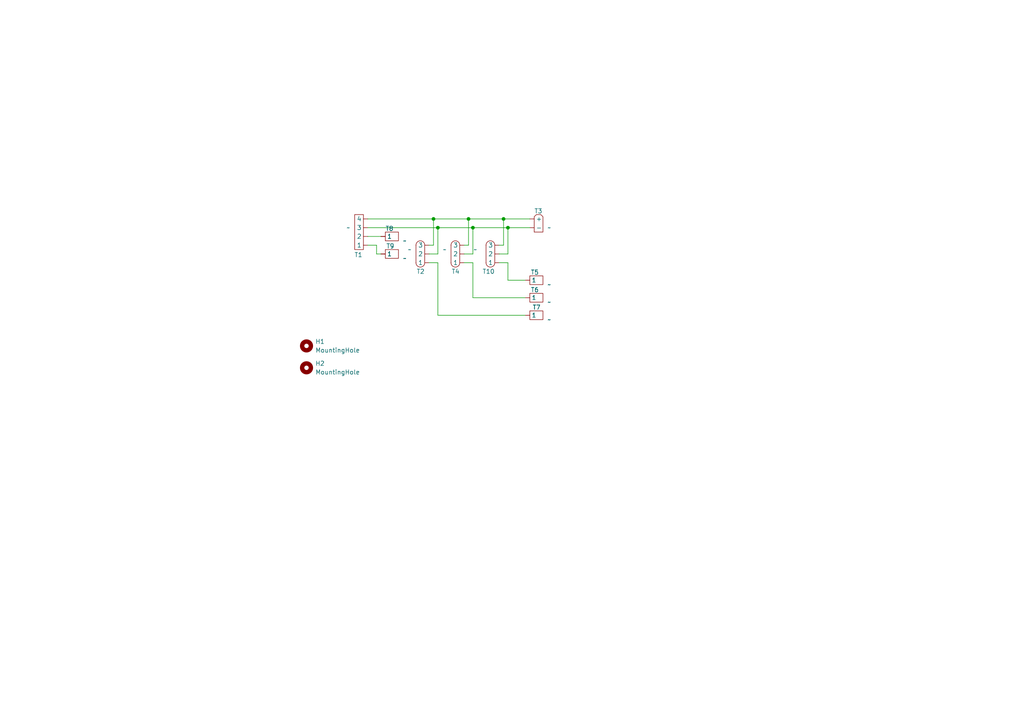
<source format=kicad_sch>
(kicad_sch (version 20231120) (generator "eeschema") (generator_version "8.0")
  (paper "A4")
  (lib_symbols
    (symbol "Connectors:2.54_Pad"
      (property "Reference" "T" (at 0 0 0))
      (symbol "2.54_Pad_0_1"
        (rectangle (start 1.27 0) (end 5.08 -2.54))
      )
      (symbol "2.54_Pad_1_1"
        (pin bidirectional line (at 0 -1.27 0) (length 1.27) (name "1") (number "1"))
      )
    )
    (symbol "Connectors:2.54x4_Pad"
      (property "Reference" "T" (at 0 1.778 0))
      (symbol "2.54x4_Pad_0_1"
        (rectangle (start 0 0) (end 2.54 -10.16))
      )
      (symbol "2.54x4_Pad_1_1"
        (pin bidirectional line (at -1.27 -1.27 0) (length 1.27) (name "1") (number "1"))
        (pin bidirectional line (at -1.27 -3.81 0) (length 1.27) (name "2") (number "2"))
        (pin bidirectional line (at -1.27 -6.35 0) (length 1.27) (name "3") (number "3"))
        (pin bidirectional line (at -1.27 -8.89 0) (length 1.27) (name "4") (number "4"))
      )
    )
    (symbol "Connectors:MR30"
      (property "Reference" "T" (at 0 0 0))
      (symbol "MR30_0_1"
        (arc (start -1.27 -7.62) (mid 0 -8.89) (end 1.27 -7.62))
        (polyline (pts (xy -1.27 -2.54) (xy -1.27 -7.62)))
        (polyline (pts (xy 1.27 -2.54) (xy 1.27 -7.62)))
        (arc (start 1.27 -2.54) (mid 0 -1.27) (end -1.27 -2.54))
      )
      (symbol "MR30_1_1"
        (pin bidirectional line (at -2.54 -2.54 0) (length 1.27) (name "1") (number "1"))
        (pin bidirectional line (at -2.54 -5.08 0) (length 1.27) (name "2") (number "2"))
        (pin bidirectional line (at -2.54 -7.62 0) (length 1.27) (name "3") (number "3"))
      )
    )
    (symbol "Connectors:XT30"
      (property "Reference" "T" (at 0 0 0))
      (symbol "XT30_0_1"
        (polyline (pts (xy -1.27 -6.35) (xy 1.27 -6.35) (xy 1.27 -1.905) (xy 0.635 -1.27) (xy -0.635 -1.27) (xy -1.27 -1.905) (xy -1.27 -6.35)))
      )
      (symbol "XT30_1_1"
        (pin bidirectional line (at -2.54 -2.54 0) (length 1.27) (name "+") (number "1"))
        (pin bidirectional line (at -2.54 -5.08 0) (length 1.27) (name "-") (number "2"))
      )
    )
    (symbol "Mechanical:MountingHole" (pin_names (offset 1.016)) (exclude_from_sim yes) (in_bom no)
      (property "Reference" "H" (at 0 5.08 0))
      (property "Value" "MountingHole" (at 0 3.175 0))
      (symbol "MountingHole_0_1"
        (circle (center 0 0) (radius 1.27) (stroke (width 1.27)))
      )
    )
  )
  (junction (at 127 66.04))
  (junction (at 137.16 66.04))
  (junction (at 147.32 66.04))
  (junction (at 125.73 63.5))
  (junction (at 135.89 63.5))
  (junction (at 146.05 63.5))
  (wire (pts (xy 137.16 66.04) (xy 137.16 73.66)))
  (wire (pts (xy 135.89 63.5) (xy 135.89 71.12)))
  (wire (pts (xy 137.16 73.66) (xy 134.62 73.66)))
  (wire (pts (xy 106.68 71.12) (xy 109.22 71.12)))
  (wire (pts (xy 146.05 63.5) (xy 135.89 63.5)))
  (wire (pts (xy 146.05 71.12) (xy 144.78 71.12)))
  (wire (pts (xy 152.4 91.44) (xy 127 91.44)))
  (wire (pts (xy 125.73 71.12) (xy 124.46 71.12)))
  (wire (pts (xy 147.32 81.28) (xy 147.32 76.2)))
  (wire (pts (xy 109.22 73.66) (xy 110.49 73.66)))
  (wire (pts (xy 147.32 66.04) (xy 137.16 66.04)))
  (wire (pts (xy 127 73.66) (xy 124.46 73.66)))
  (wire (pts (xy 152.4 81.28) (xy 147.32 81.28)))
  (wire (pts (xy 147.32 66.04) (xy 147.32 73.66)))
  (wire (pts (xy 153.67 63.5) (xy 146.05 63.5)))
  (wire (pts (xy 109.22 71.12) (xy 109.22 73.66)))
  (wire (pts (xy 152.4 86.36) (xy 137.16 86.36)))
  (wire (pts (xy 147.32 66.04) (xy 153.67 66.04)))
  (wire (pts (xy 106.68 68.58) (xy 110.49 68.58)))
  (wire (pts (xy 127 66.04) (xy 127 73.66)))
  (wire (pts (xy 147.32 76.2) (xy 144.78 76.2)))
  (wire (pts (xy 137.16 66.04) (xy 127 66.04)))
  (wire (pts (xy 127 76.2) (xy 124.46 76.2)))
  (wire (pts (xy 137.16 76.2) (xy 134.62 76.2)))
  (wire (pts (xy 135.89 63.5) (xy 125.73 63.5)))
  (wire (pts (xy 106.68 63.5) (xy 125.73 63.5)))
  (wire (pts (xy 106.68 66.04) (xy 127 66.04)))
  (wire (pts (xy 135.89 71.12) (xy 134.62 71.12)))
  (wire (pts (xy 127 91.44) (xy 127 76.2)))
  (wire (pts (xy 137.16 86.36) (xy 137.16 76.2)))
  (wire (pts (xy 147.32 73.66) (xy 144.78 73.66)))
  (wire (pts (xy 146.05 63.5) (xy 146.05 71.12)))
  (wire (pts (xy 125.73 63.5) (xy 125.73 71.12)))
  (symbol (lib_id "Connectors:MR30") (at 121.92 78.74 180) (unit 1)
    (property "Reference" "T2" (at 123.19 78.74 0) (effects (justify left)))
    (property "Value" "~" (at 119.38 72.39 0) (effects (justify left)))
    (property "Footprint" "Connectors:MR30" (effects (hide yes)))
  )
  (symbol (lib_id "Connectors:MR30") (at 142.24 78.74 180) (unit 1)
    (property "Reference" "T10" (at 143.51 78.74 0) (effects (justify left)))
    (property "Value" "~" (at 138.43 72.39 0) (effects (justify left)))
    (property "Footprint" "Connectors:MR30" (effects (hide yes)))
  )
  (symbol (lib_id "Connectors:2.54_Pad") (at 110.49 72.39 0) (unit 1)
    (property "Reference" "T9" (at 112.014 71.374 0) (effects (justify left)))
    (property "Value" "~" (at 116.84 74.93 0) (effects (justify left)))
    (property "Footprint" "Connectors:Wire_Pad" (effects (hide yes)))
  )
  (symbol (lib_id "Connectors:XT30") (at 156.21 60.96 0) (unit 1)
    (property "Reference" "T3" (at 154.94 61.214 0) (effects (justify left)))
    (property "Value" "~" (at 158.75 66.04 0) (effects (justify left)))
    (property "Footprint" "Connectors:XT30" (effects (hide yes)))
  )
  (symbol (lib_id "Connectors:2.54_Pad") (at 152.4 90.17 0) (unit 1)
    (property "Reference" "T7" (at 154.432 89.154 0) (effects (justify left)))
    (property "Value" "~" (at 158.75 92.71 0) (effects (justify left)))
    (property "Footprint" "Connectors:Wire_Pad" (effects (hide yes)))
  )
  (symbol (lib_id "Connectors:2.54_Pad") (at 110.49 67.31 0) (unit 1)
    (property "Reference" "T8" (at 111.76 66.294 0) (effects (justify left)))
    (property "Value" "~" (at 116.84 69.85 0) (effects (justify left)))
    (property "Footprint" "Connectors:Wire_Pad" (effects (hide yes)))
  )
  (symbol (lib_id "Mechanical:MountingHole") (at 88.9 106.68 0) (unit 1) (exclude_from_sim yes) (in_bom no)
    (property "Reference" "H2" (at 91.44 105.4099 0) (effects (justify left)))
    (property "Value" "MountingHole" (at 91.44 107.9499 0) (effects (justify left)))
    (property "Footprint" "MountingHole:MountingHole_3.2mm_M3_Pad" (effects (hide yes)))
    (property "Description" "Mounting Hole without connection" (effects (hide yes)))
  )
  (symbol (lib_id "Connectors:2.54_Pad") (at 152.4 85.09 0) (unit 1)
    (property "Reference" "T6" (at 153.924 84.074 0) (effects (justify left)))
    (property "Value" "~" (at 158.75 87.63 0) (effects (justify left)))
    (property "Footprint" "Connectors:Wire_Pad" (effects (hide yes)))
  )
  (symbol (lib_id "Connectors:2.54_Pad") (at 152.4 80.01 0) (unit 1)
    (property "Reference" "T5" (at 153.924 78.994 0) (effects (justify left)))
    (property "Value" "~" (at 158.75 82.55 0) (effects (justify left)))
    (property "Footprint" "Connectors:Wire_Pad" (effects (hide yes)))
  )
  (symbol (lib_id "Mechanical:MountingHole") (at 88.9 100.33 0) (unit 1) (exclude_from_sim yes) (in_bom no)
    (property "Reference" "H1" (at 91.44 99.0599 0) (effects (justify left)))
    (property "Value" "MountingHole" (at 91.44 101.5999 0) (effects (justify left)))
    (property "Footprint" "MountingHole:MountingHole_3.2mm_M3_Pad" (effects (hide yes)))
    (property "Description" "Mounting Hole without connection" (effects (hide yes)))
  )
  (symbol (lib_id "Connectors:2.54x4_Pad") (at 105.41 72.39 180) (unit 1)
    (property "Reference" "T1" (at 105.156 73.914 0) (effects (justify left)))
    (property "Value" "~" (at 101.6 66.04 0) (effects (justify left)))
    (property "Footprint" "Connectors:2.54x4_Pad" (effects (hide yes)))
  )
  (symbol (lib_id "Connectors:MR30") (at 132.08 78.74 180) (unit 1)
    (property "Reference" "T4" (at 133.35 78.74 0) (effects (justify left)))
    (property "Value" "~" (at 129.54 72.39 0) (effects (justify left)))
    (property "Footprint" "Connectors:MR30" (effects (hide yes)))
  )
)
</source>
